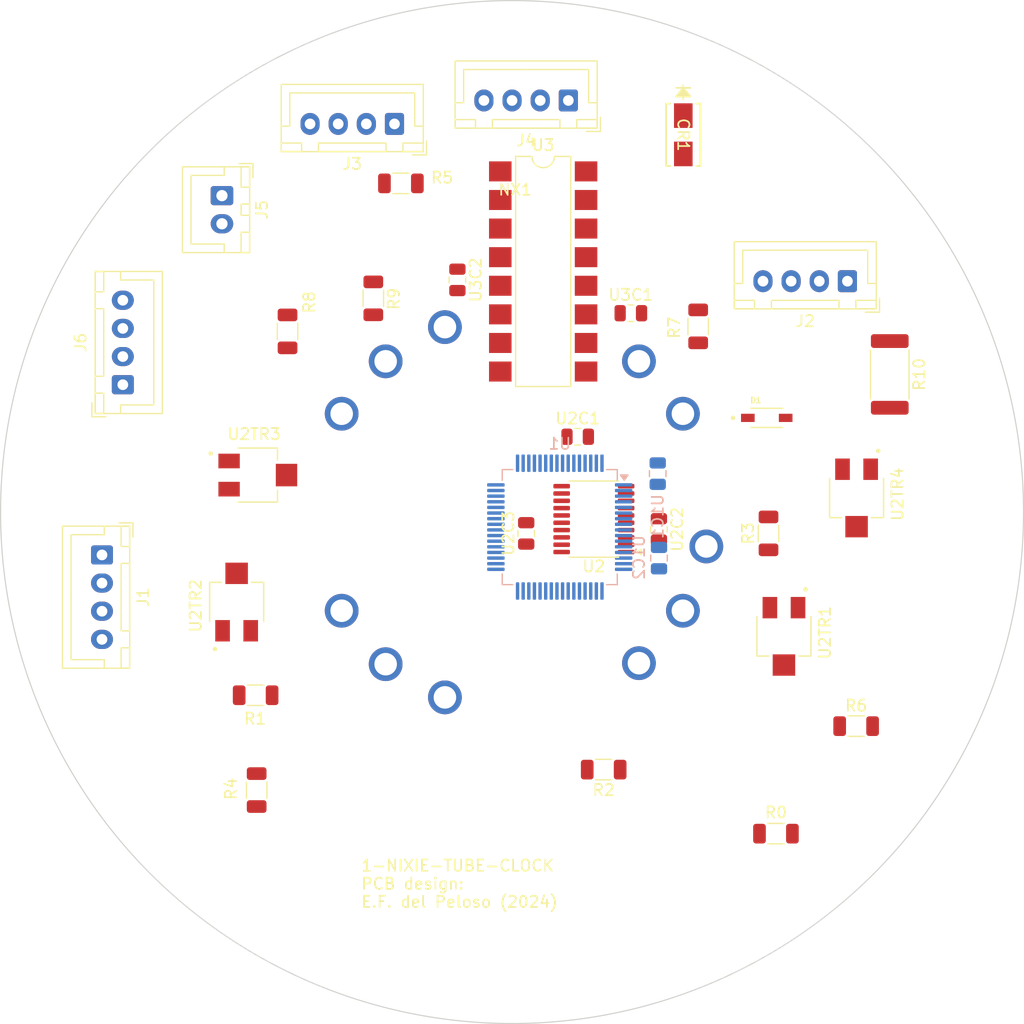
<source format=kicad_pcb>
(kicad_pcb (version 20241229) (generator "pcbnew") (generator_version "9.0")
  (layers (0 "F.Cu" signal) (2 "B.Cu" signal) (13 "F.Paste" user) (15 "B.Paste" user) (5 "F.SilkS" user "F.Silkscreen") (7 "B.SilkS" user "B.Silkscreen") (1 "F.Mask" user) (3 "B.Mask" user) (25 "Edge.Cuts" user))
  (net 0 "")
  (net 1 "Net-(U1-PB6)")
  (net 2 "Net-(J1-RST)")
  (net 3 "Net-(J3-3V3)")
  (net 4 "/RB2")
  (net 5 "/RB9")
  (net 6 "/RB8")
  (net 7 "/RB1")
  (net 8 "/RB5")
  (net 9 "/RB6")
  (net 10 "/RB3")
  (net 11 "/RB0")
  (net 12 "Net-(U1-PB7)")
  (net 13 "/RB7")
  (net 14 "/RB4")
  (net 15 "/RA0")
  (net 16 "/RA1")
  (net 17 "/RA2")
  (net 18 "/RA3")
  (net 19 "/RA4")
  (net 20 "/RA5")
  (net 21 "/RA6")
  (net 22 "/RA7")
  (net 24 "Net-(J1-GND)")
  (net 27 "/RA8")
  (net 29 "Net-(J2-5V)")
  (net 36 "Net-(U1-PB1)")
  (net 40 "Net-(U1-VSS-Pad18)")
  (net 43 "Net-(U1-PB0)")
  (net 50 "Net-(U1-PB2)")
  (net 52 "Net-(U1-PB10)")
  (net 75 "Net-(U3-VCC)")
  (net 76 "Net-(U3-GND)")
  (net 77 "/RA9")
  (net 78 "Net-(U1-VDD-Pad32)")
  (net 84 "Net-(J1-SWDIO)")
  (net 85 "Net-(J1-SWCLK)")
  (net 86 "Net-(J4-170V)")
  (net 87 "Net-(D1-PadC)")
  (net 88 "Net-(J3-Rx)")
  (net 89 "Net-(J3-Tx)")
  (net 90 "Net-(J5-Pad2)")
  (net 93 "Net-(U2-GND)")
  (net 94 "/B1")
  (net 96 "/B3")
  (net 98 "/B4")
  (net 99 "/B2")
  (net 100 "Net-(U2-V_{CCB})")
  (net 102 "Net-(U2-V_{CCA})")
  (net 103 "Net-(J2-SCL)")
  (net 104 "Net-(J2-SDA)")
  (net 105 "Net-(J6-SCL)")
  (net 106 "Net-(J6-SDA)")
  (footprint "Connector_JST:JST_XH_B4B-XH-A_1x04_P2.50mm_Vertical" (layer "F.Cu") (at 157.1972 69.1558 180)
    (property "Reference" "J4" (at 3.75 -3.55 180) (layer "F.SilkS"))
    (property "Value" "Power supply")
    (pad "1" thru_hole roundrect (at 0 0 180) (size 1.7 1.95) (drill 0.95) (layers "*.Cu" "*.Mask") (roundrect_rratio 0.147059) (net 86 "Net-(J4-170V)"))
    (pad "2" thru_hole oval (at 2.5 0 180) (size 1.7 1.95) (drill 0.95) (layers "*.Cu" "*.Mask") (net 24 "Net-(J1-GND)"))
    (pad "3" thru_hole oval (at 5 0 180) (size 1.7 1.95) (drill 0.95) (layers "*.Cu" "*.Mask") (net 29 "Net-(J2-5V)"))
    (pad "4" thru_hole oval (at 7.5 0 180) (size 1.7 1.95) (drill 0.95) (layers "*.Cu" "*.Mask") (net 3 "Net-(J3-3V3)"))
  )
  (footprint "Package_DIP:SMDIP-16_W7.62mm" (layer "F.Cu") (at 154.962 84.345)
    (property "Reference" "U3" (at 0 -11.22 0) (layer "F.SilkS"))
    (property "Value" "K155id1")
    (pad "1" smd rect (at -3.81 -8.89) (size 2 1.78) (layers "F.Cu" "F.Mask" "F.Paste") (net 27 "/RA8"))
    (pad "2" smd rect (at -3.81 -6.35) (size 2 1.78) (layers "F.Cu" "F.Mask" "F.Paste") (net 77 "/RA9"))
    (pad "3" smd rect (at -3.81 -3.81) (size 2 1.78) (layers "F.Cu" "F.Mask" "F.Paste") (net 94 "/B1"))
    (pad "4" smd rect (at -3.81 -1.27) (size 2 1.78) (layers "F.Cu" "F.Mask" "F.Paste") (net 98 "/B4"))
    (pad "5" smd rect (at -3.81 1.27) (size 2 1.78) (layers "F.Cu" "F.Mask" "F.Paste") (net 75 "Net-(U3-VCC)"))
    (pad "6" smd rect (at -3.81 3.81) (size 2 1.78) (layers "F.Cu" "F.Mask" "F.Paste") (net 99 "/B2"))
    (pad "7" smd rect (at -3.81 6.35) (size 2 1.78) (layers "F.Cu" "F.Mask" "F.Paste") (net 96 "/B3"))
    (pad "8" smd rect (at -3.81 8.89) (size 2 1.78) (layers "F.Cu" "F.Mask" "F.Paste") (net 17 "/RA2"))
    (pad "9" smd rect (at 3.81 8.89) (size 2 1.78) (layers "F.Cu" "F.Mask" "F.Paste") (net 18 "/RA3"))
    (pad "10" smd rect (at 3.81 6.35) (size 2 1.78) (layers "F.Cu" "F.Mask" "F.Paste") (net 22 "/RA7"))
    (pad "11" smd rect (at 3.81 3.81) (size 2 1.78) (layers "F.Cu" "F.Mask" "F.Paste") (net 21 "/RA6"))
    (pad "12" smd rect (at 3.81 1.27) (size 2 1.78) (layers "F.Cu" "F.Mask" "F.Paste") (net 76 "Net-(U3-GND)"))
    (pad "13" smd rect (at 3.81 -1.27) (size 2 1.78) (layers "F.Cu" "F.Mask" "F.Paste") (net 19 "/RA4"))
    (pad "14" smd rect (at 3.81 -3.81) (size 2 1.78) (layers "F.Cu" "F.Mask" "F.Paste") (net 20 "/RA5"))
    (pad "15" smd rect (at 3.81 -6.35) (size 2 1.78) (layers "F.Cu" "F.Mask" "F.Paste") (net 16 "/RA1"))
    (pad "16" smd rect (at 3.81 -8.89) (size 2 1.78) (layers "F.Cu" "F.Mask" "F.Paste") (net 15 "/RA0"))
  )
  (footprint "Resistor_SMD:R_1206_3216Metric" (layer "F.Cu") (at 175.6376 134.2814 180)
    (property "Reference" "R0" (at 0 1.8796 0) (layer "F.SilkS"))
    (property "Value" "1k2")
    (pad "1" smd roundrect (at -1.4625 0 180) (size 1.125 1.75) (layers "F.Cu" "F.Mask" "F.Paste") (roundrect_rratio 0.222222) (net 15 "/RA0"))
    (pad "2" smd roundrect (at 1.4625 0 180) (size 1.125 1.75) (layers "F.Cu" "F.Mask" "F.Paste") (roundrect_rratio 0.222222) (net 11 "/RB0"))
  )
  (footprint "Connector_JST:JST_XH_B4B-XH-A_1x04_P2.50mm_Vertical" (layer "F.Cu") (at 115.7732 109.5248 -90)
    (property "Reference" "J1" (at 3.7592 -3.6576 90) (layer "F.SilkS"))
    (property "Value" "MCU SWD")
    (pad "1" thru_hole roundrect (at 0 0 270) (size 1.7 1.95) (drill 0.95) (layers "*.Cu" "*.Mask") (roundrect_rratio 0.147059) (net 85 "Net-(J1-SWCLK)"))
    (pad "2" thru_hole oval (at 2.5 0 270) (size 1.7 1.95) (drill 0.95) (layers "*.Cu" "*.Mask") (net 84 "Net-(J1-SWDIO)"))
    (pad "3" thru_hole oval (at 5 0 270) (size 1.7 1.95) (drill 0.95) (layers "*.Cu" "*.Mask") (net 24 "Net-(J1-GND)"))
    (pad "4" thru_hole oval (at 7.5 0 270) (size 1.7 1.95) (drill 0.95) (layers "*.Cu" "*.Mask") (net 2 "Net-(J1-RST)"))
  )
  (footprint "Capacitor_SMD:C_0805_2012Metric" (layer "F.Cu") (at 153.4554 107.6108 -90)
    (property "Reference" "U2C3" (at 0 1.59 90) (layer "F.SilkS"))
    (property "Value" "1U")
    (pad "1" smd roundrect (at -0.95 0 270) (size 1 1.45) (layers "F.Cu" "F.Mask" "F.Paste") (net 29 "Net-(J2-5V)"))
    (pad "2" smd roundrect (at 0.95 0 270) (size 1 1.45) (layers "F.Cu" "F.Mask" "F.Paste") (net 100 "Net-(U2-V_{CCB})"))
  )
  (footprint "Trimpots:TRIM_3214X-1-103E" (layer "F.Cu") (at 129.6128 102.4298)
    (property "Reference" "U2TR3" (at -0.325 -3.635 0) (layer "F.SilkS"))
    (property "Value" "3214X-1-103E")
    (pad "1" smd rect (at -2.55 -1.25) (size 1.9 1.3) (layers "F.Cu" "F.Mask" "F.Paste") (net 103 "Net-(J2-SCL)"))
    (pad "2" smd rect (at 2.55 0) (size 1.9 2) (layers "F.Cu" "F.Mask" "F.Paste") (net 29 "Net-(J2-5V)"))
    (pad "3" smd rect (at -2.55 1.25) (size 1.9 1.3) (layers "F.Cu" "F.Mask" "F.Paste"))
  )
  (footprint "Nixie:nixie_socket_manual" (layer "F.Cu") (at 152.2188 105.7318)
    (property "Reference" "NX1" (at 0.254 -28.6512 0) (layer "F.SilkS"))
    (property "Value" "FRONT")
    (pad "0" thru_hole circle (at 11.24878 13.40578) (size 3 3) (drill 2) (layers "*.Cu" "*.Mask") (net 11 "/RB0"))
    (pad "1" thru_hole circle (at -15.15544 8.75) (size 3 3) (drill 2) (layers "*.Cu" "*.Mask") (net 7 "/RB1"))
    (pad "2" thru_hole circle (at -5.98535 16.44462) (size 3 3) (drill 2) (layers "*.Cu" "*.Mask") (net 4 "/RB2"))
    (pad "3" thru_hole circle (at 15.15544 -8.75) (size 3 3) (drill 2) (layers "*.Cu" "*.Mask") (net 10 "/RB3"))
    (pad "4" thru_hole circle (at -11.24878 13.49578) (size 3 3) (drill 2) (layers "*.Cu" "*.Mask") (net 14 "/RB4"))
    (pad "5" thru_hole circle (at -5.98535 -16.44462) (size 3 3) (drill 2) (layers "*.Cu" "*.Mask") (net 8 "/RB5"))
    (pad "6" thru_hole circle (at 15.15544 8.75) (size 3 3) (drill 2) (layers "*.Cu" "*.Mask") (net 9 "/RB6"))
    (pad "7" thru_hole circle (at 11.24878 -13.40578) (size 3 3) (drill 2) (layers "*.Cu" "*.Mask") (net 13 "/RB7"))
    (pad "8" thru_hole circle (at -15.15544 -8.75) (size 3 3) (drill 2) (layers "*.Cu" "*.Mask") (net 6 "/RB8"))
    (pad "9" thru_hole circle (at -11.24878 -13.40578) (size 3 3) (drill 2) (layers "*.Cu" "*.Mask") (net 5 "/RB9"))
    (pad "10" thru_hole circle (at 17.23414 3.03884) (size 3 3) (drill 2) (layers "*.Cu" "*.Mask") (net 87 "Net-(D1-PadC)"))
  )
  (footprint "Capacitor_SMD:C_0805_2012Metric" (layer "F.Cu") (at 162.7496 88.0534 180)
    (property "Reference" "U3C1" (at 0.0092 1.6296 0) (layer "F.SilkS"))
    (property "Value" "1U")
    (pad "1" smd roundrect (at -0.95 0 180) (size 1 1.45) (layers "F.Cu" "F.Mask" "F.Paste") (net 76 "Net-(U3-GND)"))
    (pad "2" smd roundrect (at 0.95 0 180) (size 1 1.45) (layers "F.Cu" "F.Mask" "F.Paste") (net 24 "Net-(J1-GND)"))
  )
  (footprint "Resistor_SMD:R_1206_3216Metric" (layer "F.Cu") (at 182.7603 124.731)
    (property "Reference" "R6" (at 0 -1.82 0) (layer "F.SilkS"))
    (property "Value" "1k1")
    (pad "1" smd roundrect (at -1.4625 0) (size 1.125 1.75) (layers "F.Cu" "F.Mask" "F.Paste") (roundrect_rratio 0.222222) (net 9 "/RB6"))
    (pad "2" smd roundrect (at 1.4625 0) (size 1.125 1.75) (layers "F.Cu" "F.Mask" "F.Paste") (roundrect_rratio 0.222222) (net 21 "/RA6"))
  )
  (footprint "Resistor_SMD:R_1206_3216Metric" (layer "F.Cu") (at 139.8744 86.7326 -90)
    (property "Reference" "R9" (at 0.0508 -1.82 90) (layer "F.SilkS"))
    (property "Value" "1k")
    (pad "1" smd roundrect (at -1.4625 0 270) (size 1.125 1.75) (layers "F.Cu" "F.Mask" "F.Paste") (roundrect_rratio 0.222222) (net 77 "/RA9"))
    (pad "2" smd roundrect (at 1.4625 0 270) (size 1.125 1.75) (layers "F.Cu" "F.Mask" "F.Paste") (roundrect_rratio 0.222222) (net 5 "/RB9"))
  )
  (footprint "Package_SO:TSSOP-20_4.4x6.5mm_P0.65mm" (layer "F.Cu") (at 159.4655 106.3408 180)
    (property "Reference" "U2" (at 0 -4.2 0) (layer "F.SilkS"))
    (property "Value" "TXB0108PW")
    (pad "1" smd roundrect (at -2.8625 -2.925 180) (size 1.475 0.4) (layers "F.Cu" "F.Mask" "F.Paste") (net 1 "Net-(U1-PB6)"))
    (pad "2" smd roundrect (at -2.8625 -2.275 180) (size 1.475 0.4) (layers "F.Cu" "F.Mask" "F.Paste") (net 102 "Net-(U2-V_{CCA})"))
    (pad "3" smd roundrect (at -2.8625 -1.625 180) (size 1.475 0.4) (layers "F.Cu" "F.Mask" "F.Paste") (net 12 "Net-(U1-PB7)"))
    (pad "4" smd roundrect (at -2.8625 -0.975 180) (size 1.475 0.4) (layers "F.Cu" "F.Mask" "F.Paste"))
    (pad "5" smd roundrect (at -2.8625 -0.325 180) (size 1.475 0.4) (layers "F.Cu" "F.Mask" "F.Paste"))
    (pad "6" smd roundrect (at -2.8625 0.325 180) (size 1.475 0.4) (layers "F.Cu" "F.Mask" "F.Paste") (net 43 "Net-(U1-PB0)"))
    (pad "7" smd roundrect (at -2.8625 0.975 180) (size 1.475 0.4) (layers "F.Cu" "F.Mask" "F.Paste") (net 36 "Net-(U1-PB1)"))
    (pad "8" smd roundrect (at -2.8625 1.625 180) (size 1.475 0.4) (layers "F.Cu" "F.Mask" "F.Paste") (net 50 "Net-(U1-PB2)"))
    (pad "9" smd roundrect (at -2.8625 2.275 180) (size 1.475 0.4) (layers "F.Cu" "F.Mask" "F.Paste") (net 52 "Net-(U1-PB10)"))
    (pad "10" smd roundrect (at -2.8625 2.925 180) (size 1.475 0.4) (layers "F.Cu" "F.Mask" "F.Paste"))
    (pad "11" smd roundrect (at 2.8625 2.925 180) (size 1.475 0.4) (layers "F.Cu" "F.Mask" "F.Paste") (net 93 "Net-(U2-GND)"))
    (pad "12" smd roundrect (at 2.8625 2.275 180) (size 1.475 0.4) (layers "F.Cu" "F.Mask" "F.Paste") (net 98 "/B4"))
    (pad "13" smd roundrect (at 2.8625 1.625 180) (size 1.475 0.4) (layers "F.Cu" "F.Mask" "F.Paste") (net 96 "/B3"))
    (pad "14" smd roundrect (at 2.8625 0.975 180) (size 1.475 0.4) (layers "F.Cu" "F.Mask" "F.Paste") (net 99 "/B2"))
    (pad "15" smd roundrect (at 2.8625 0.325 180) (size 1.475 0.4) (layers "F.Cu" "F.Mask" "F.Paste") (net 94 "/B1"))
    (pad "16" smd roundrect (at 2.8625 -0.325 180) (size 1.475 0.4) (layers "F.Cu" "F.Mask" "F.Paste"))
    (pad "17" smd roundrect (at 2.8625 -0.975 180) (size 1.475 0.4) (layers "F.Cu" "F.Mask" "F.Paste"))
    (pad "18" smd roundrect (at 2.8625 -1.625 180) (size 1.475 0.4) (layers "F.Cu" "F.Mask" "F.Paste") (net 104 "Net-(J2-SDA)"))
    (pad "19" smd roundrect (at 2.8625 -2.275 180) (size 1.475 0.4) (layers "F.Cu" "F.Mask" "F.Paste") (net 100 "Net-(U2-V_{CCB})"))
    (pad "20" smd roundrect (at 2.8625 -2.925 180) (size 1.475 0.4) (layers "F.Cu" "F.Mask" "F.Paste") (net 103 "Net-(J2-SCL)"))
  )
  (footprint "Connector_JST:JST_XH_B4B-XH-A_1x04_P2.50mm_Vertical" (layer "F.Cu") (at 181.9876 85.2086 180)
    (property "Reference" "J2" (at 3.75 -3.55 0) (layer "F.SilkS"))
    (property "Value" "Omron Thermal")
    (pad "1" thru_hole roundrect (at 0 0 180) (size 1.7 1.95) (drill 0.95) (layers "*.Cu" "*.Mask") (roundrect_rratio 0.147059) (net 103 "Net-(J2-SCL)"))
    (pad "2" thru_hole oval (at 2.5 0 180) (size 1.7 1.95) (drill 0.95) (layers "*.Cu" "*.Mask") (net 104 "Net-(J2-SDA)"))
    (pad "3" thru_hole oval (at 5 0 180) (size 1.7 1.95) (drill 0.95) (layers "*.Cu" "*.Mask") (net 29 "Net-(J2-5V)"))
    (pad "4" thru_hole oval (at 7.5 0 180) (size 1.7 1.95) (drill 0.95) (layers "*.Cu" "*.Mask") (net 24 "Net-(J1-GND)"))
  )
  (footprint "Connector_JST:JST_XH_B4B-XH-A_1x04_P2.50mm_Vertical" (layer "F.Cu") (at 117.624 94.4034 90)
    (property "Reference" "J6" (at 3.75 -3.7592 90) (layer "F.SilkS"))
    (property "Value" "OLED")
    (pad "1" thru_hole roundrect (at 0 0 90) (size 1.7 1.95) (drill 0.95) (layers "*.Cu" "*.Mask") (roundrect_rratio 0.147059) (net 105 "Net-(J6-SCL)"))
    (pad "2" thru_hole oval (at 2.5 0 90) (size 1.7 1.95) (drill 0.95) (layers "*.Cu" "*.Mask") (net 106 "Net-(J6-SDA)"))
    (pad "3" thru_hole oval (at 5 0 90) (size 1.7 1.95) (drill 0.95) (layers "*.Cu" "*.Mask") (net 3 "Net-(J3-3V3)"))
    (pad "4" thru_hole oval (at 7.5 0 90) (size 1.7 1.95) (drill 0.95) (layers "*.Cu" "*.Mask") (net 24 "Net-(J1-GND)"))
  )
  (footprint "Resistor_SMD:R_1206_3216Metric" (layer "F.Cu") (at 168.7288 89.2218 -90)
    (property "Reference" "R7" (at 0.1123 2.1336 90) (layer "F.SilkS"))
    (property "Value" "3k6")
    (pad "1" smd roundrect (at -1.4625 0 270) (size 1.125 1.75) (layers "F.Cu" "F.Mask" "F.Paste") (roundrect_rratio 0.222222) (net 22 "/RA7"))
    (pad "2" smd roundrect (at 1.4625 0 270) (size 1.125 1.75) (layers "F.Cu" "F.Mask" "F.Paste") (roundrect_rratio 0.222222) (net 13 "/RB7"))
  )
  (footprint "Connector_JST:JST_XH_B2B-XH-A_1x02_P2.50mm_Vertical" (layer "F.Cu") (at 126.4294 77.6086 -90)
    (property "Reference" "J5" (at 1.25 -3.55 90) (layer "F.SilkS"))
    (property "Value" "Littelfuse 0218.020HXP")
    (pad "1" thru_hole roundrect (at 0 0 270) (size 1.7 2) (drill 1) (layers "*.Cu" "*.Mask") (roundrect_rratio 0.147059) (net 86 "Net-(J4-170V)"))
    (pad "2" thru_hole oval (at 2.5 0 270) (size 1.7 2) (drill 1) (layers "*.Cu" "*.Mask") (net 90 "Net-(J5-Pad2)"))
  )
  (footprint "Connector_JST:JST_XH_B4B-XH-A_1x04_P2.50mm_Vertical" (layer "F.Cu") (at 141.754 71.2386 180)
    (property "Reference" "J3" (at 3.75 -3.55 0) (layer "F.SilkS"))
    (property "Value" "GPS NEO-M8N")
    (pad "1" thru_hole roundrect (at 0 0 180) (size 1.7 1.95) (drill 0.95) (layers "*.Cu" "*.Mask") (roundrect_rratio 0.147059) (net 3 "Net-(J3-3V3)"))
    (pad "2" thru_hole oval (at 2.5 0 180) (size 1.7 1.95) (drill 0.95) (layers "*.Cu" "*.Mask") (net 88 "Net-(J3-Rx)"))
    (pad "3" thru_hole oval (at 5 0 180) (size 1.7 1.95) (drill 0.95) (layers "*.Cu" "*.Mask") (net 89 "Net-(J3-Tx)"))
    (pad "4" thru_hole oval (at 7.5 0 180) (size 1.7 1.95) (drill 0.95) (layers "*.Cu" "*.Mask") (net 24 "Net-(J1-GND)"))
  )
  (footprint "Resistor_SMD:R_1206_3216Metric" (layer "F.Cu") (at 132.2544 89.6683 90)
    (property "Reference" "R8" (at 2.5908 1.9304 90) (layer "F.SilkS"))
    (property "Value" "0R")
    (pad "1" smd roundrect (at -1.4625 0 90) (size 1.125 1.75) (layers "F.Cu" "F.Mask" "F.Paste") (roundrect_rratio 0.222222) (net 6 "/RB8"))
    (pad "2" smd roundrect (at 1.4625 0 90) (size 1.125 1.75) (layers "F.Cu" "F.Mask" "F.Paste") (roundrect_rratio 0.222222) (net 27 "/RA8"))
  )
  (footprint "Resistor_SMD:R_1206_3216Metric" (layer "F.Cu") (at 129.5112 130.4099 -90)
    (property "Reference" "R4" (at -0.1016 2.286 90) (layer "F.SilkS"))
    (property "Value" "3k3")
    (pad "1" smd roundrect (at -1.4625 0 270) (size 1.125 1.75) (layers "F.Cu" "F.Mask" "F.Paste") (roundrect_rratio 0.222222) (net 19 "/RA4"))
    (pad "2" smd roundrect (at 1.4625 0 270) (size 1.125 1.75) (layers "F.Cu" "F.Mask" "F.Paste") (roundrect_rratio 0.222222) (net 14 "/RB4"))
  )
  (footprint "Trimpots:TRIM_3214X-1-103E" (layer "F.Cu") (at 182.8004 104.4618 -90)
    (property "Reference" "U2TR4" (at -0.325 -3.635 90) (layer "F.SilkS"))
    (property "Value" "3214X-1-103E")
    (pad "1" smd rect (at -2.55 -1.25 270) (size 1.9 1.3) (layers "F.Cu" "F.Mask" "F.Paste") (net 104 "Net-(J2-SDA)"))
    (pad "2" smd rect (at 2.55 0 270) (size 1.9 2) (layers "F.Cu" "F.Mask" "F.Paste") (net 29 "Net-(J2-5V)"))
    (pad "3" smd rect (at -2.55 1.25 270) (size 1.9 1.3) (layers "F.Cu" "F.Mask" "F.Paste"))
  )
  (footprint "Trimpots:TRIM_3214X-1-103E" (layer "F.Cu") (at 127.7332 113.7097 90)
    (property "Reference" "U2TR2" (at -0.325 -3.635 90) (layer "F.SilkS"))
    (property "Value" "3214X-1-103E")
    (pad "1" smd rect (at -2.55 -1.25 90) (size 1.9 1.3) (layers "F.Cu" "F.Mask" "F.Paste"))
    (pad "2" smd rect (at 2.55 0 90) (size 1.9 2) (layers "F.Cu" "F.Mask" "F.Paste") (net 3 "Net-(J3-3V3)"))
    (pad "3" smd rect (at -2.55 1.25 90) (size 1.9 1.3) (layers "F.Cu" "F.Mask" "F.Paste") (net 12 "Net-(U1-PB7)"))
  )
  (footprint "Resistor_SMD:R_1206_3216Metric" (layer "F.Cu") (at 142.3235 76.5218 180)
    (property "Reference" "R5" (at -3.6576 0.508 0) (layer "F.SilkS"))
    (property "Value" "1k1")
    (pad "1" smd roundrect (at -1.4625 0 180) (size 1.125 1.75) (layers "F.Cu" "F.Mask" "F.Paste") (roundrect_rratio 0.222222) (net 20 "/RA5"))
    (pad "2" smd roundrect (at 1.4625 0 180) (size 1.125 1.75) (layers "F.Cu" "F.Mask" "F.Paste") (roundrect_rratio 0.222222) (net 8 "/RB5"))
  )
  (footprint "Resistor_SMD:R_1206_3216Metric" (layer "F.Cu") (at 174.9772 107.6114 90)
    (property "Reference" "R3" (at 0 -1.82 90) (layer "F.SilkS"))
    (property "Value" "1k5")
    (pad "1" smd roundrect (at -1.4625 0 90) (size 1.125 1.75) (layers "F.Cu" "F.Mask" "F.Paste") (roundrect_rratio 0.222222) (net 18 "/RA3"))
    (pad "2" smd roundrect (at 1.4625 0 90) (size 1.125 1.75) (layers "F.Cu" "F.Mask" "F.Paste") (roundrect_rratio 0.222222) (net 10 "/RB3"))
  )
  (footprint "Capacitor_SMD:C_0805_2012Metric" (layer "F.Cu") (at 147.342 85.0918 -90)
    (property "Reference" "U3C2" (at 0 -1.6256 90) (layer "F.SilkS"))
    (property "Value" "1U")
    (pad "1" smd roundrect (at -0.95 0 270) (size 1 1.45) (layers "F.Cu" "F.Mask" "F.Paste") (net 75 "Net-(U3-VCC)"))
    (pad "2" smd roundrect (at 0.95 0 270) (size 1 1.45) (layers "F.Cu" "F.Mask" "F.Paste") (net 29 "Net-(J2-5V)"))
  )
  (footprint "Trimpots:TRIM_3214X-1-103E" (layer "F.Cu") (at 176.3488 116.7554 -90)
    (property "Reference" "U2TR1" (at -0.325 -3.635 90) (layer "F.SilkS"))
    (property "Value" "3214X-1-103E")
    (pad "1" smd rect (at -2.55 -1.25 270) (size 1.9 1.3) (layers "F.Cu" "F.Mask" "F.Paste"))
    (pad "2" smd rect (at 2.55 0 270) (size 1.9 2) (layers "F.Cu" "F.Mask" "F.Paste") (net 3 "Net-(J3-3V3)"))
    (pad "3" smd rect (at -2.55 1.25 270) (size 1.9 1.3) (layers "F.Cu" "F.Mask" "F.Paste") (net 1 "Net-(U1-PB6)"))
  )
  (footprint "Resistor_SMD:R_1206_3216Metric" (layer "F.Cu") (at 129.4203 121.9878 180)
    (property "Reference" "R1" (at 0.0508 -2.0828 0) (layer "F.SilkS"))
    (property "Value" "4k7")
    (pad "1" smd roundrect (at -1.4625 0 180) (size 1.125 1.75) (layers "F.Cu" "F.Mask" "F.Paste") (roundrect_rratio 0.222222) (net 7 "/RB1"))
    (pad "2" smd roundrect (at 1.4625 0 180) (size 1.125 1.75) (layers "F.Cu" "F.Mask" "F.Paste") (roundrect_rratio 0.222222) (net 16 "/RA1"))
  )
  (footprint "Resistor_SMD:R_1206_3216Metric" (layer "F.Cu") (at 160.3361 128.5918 180)
    (property "Reference" "R2" (at 0 -1.82 0) (layer "F.SilkS"))
    (property "Value" "1k1")
    (pad "1" smd roundrect (at -1.4625 0 180) (size 1.125 1.75) (layers "F.Cu" "F.Mask" "F.Paste") (roundrect_rratio 0.222222) (net 17 "/RA2"))
    (pad "2" smd roundrect (at 1.4625 0 180) (size 1.125 1.75) (layers "F.Cu" "F.Mask" "F.Paste") (roundrect_rratio 0.222222) (net 4 "/RB2"))
  )
  (footprint "1N5819HW_7_F:SOD3715X145N" (layer "F.Cu") (at 174.8212 97.3498)
    (property "Reference" "D1" (at -0.97763 -1.557398 0) (layer "F.SilkS") (effects (font (size 0.4808 0.4808))))
    (property "Value" "US1M_R3G")
    (pad "A" smd rect (at 1.68 0) (size 1.21 0.73) (layers "F.Cu" "F.Mask" "F.Paste") (net 24 "Net-(J1-GND)"))
    (pad "C" smd rect (at -1.68 0) (size 1.21 0.73) (layers "F.Cu" "F.Mask" "F.Paste") (net 87 "Net-(D1-PadC)"))
  )
  (footprint "footprints2:DIODE_DO-214AC" (layer "F.Cu") (at 167.408 72.2038 -90)
    (property "Reference" "CR1" (at 0 0 270) (layer "F.SilkS"))
    (property "Value" "SMCJ170A")
    (pad "1" smd rect (at -1.7018 0) (size 1.651 2.1844) (layers "F.Cu" "F.Mask" "F.Paste") (net 86 "Net-(J4-170V)"))
    (pad "2" smd rect (at 1.7018 0) (size 1.651 2.1844) (layers "F.Cu" "F.Mask" "F.Paste") (net 24 "Net-(J1-GND)"))
  )
  (footprint "Capacitor_SMD:C_0805_2012Metric" (layer "F.Cu") (at 165.241 107.2552 -90)
    (property "Reference" "U2C2" (at 0 -1.6256 90) (layer "F.SilkS"))
    (property "Value" "1U")
    (pad "1" smd roundrect (at -0.95 0 270) (size 1 1.45) (layers "F.Cu" "F.Mask" "F.Paste") (net 3 "Net-(J3-3V3)"))
    (pad "2" smd roundrect (at 0.95 0 270) (size 1 1.45) (layers "F.Cu" "F.Mask" "F.Paste") (net 102 "Net-(U2-V_{CCA})"))
  )
  (footprint "Capacitor_SMD:C_0805_2012Metric" (layer "F.Cu") (at 158.0274 99.0256 180)
    (property "Reference" "U2C1" (at 0 1.6256 0) (layer "F.SilkS"))
    (property "Value" "1U")
    (pad "1" smd roundrect (at -0.95 0 180) (size 1 1.45) (layers "F.Cu" "F.Mask" "F.Paste") (net 93 "Net-(U2-GND)"))
    (pad "2" smd roundrect (at 0.95 0 180) (size 1 1.45) (layers "F.Cu" "F.Mask" "F.Paste") (net 24 "Net-(J1-GND)"))
  )
  (footprint "Resistor_SMD:R_2512_6332Metric" (layer "F.Cu") (at 185.7468 93.489 -90)
    (property "Reference" "R10" (at 0 -2.62 90) (layer "F.SilkS"))
    (property "Value" "4k7")
    (pad "1" smd roundrect (at -2.9625 0 270) (size 1.225 3.35) (layers "F.Cu" "F.Mask" "F.Paste") (roundrect_rratio 0.204082) (net 90 "Net-(J5-Pad2)"))
    (pad "2" smd roundrect (at 2.9625 0 270) (size 1.225 3.35) (layers "F.Cu" "F.Mask" "F.Paste") (roundrect_rratio 0.204082) (net 87 "Net-(D1-PadC)"))
  )
  (footprint "Capacitor_SMD:C_0805_2012Metric" (layer "B.Cu") (at 165.2498 109.8058 -90)
    (property "Reference" "U1C2" (at -0.0508 1.778 90) (layer "B.SilkS") (effects (justify mirror)))
    (property "Value" "1U")
    (pad "1" smd roundrect (at -0.95 0 270) (size 1 1.45) (layers "B.Cu" "B.Mask" "B.Paste") (net 3 "Net-(J3-3V3)"))
    (pad "2" smd roundrect (at 0.95 0 270) (size 1 1.45) (layers "B.Cu" "B.Mask" "B.Paste") (net 78 "Net-(U1-VDD-Pad32)"))
  )
  (footprint "Package_QFP:LQFP-64_10x10mm_P0.5mm" (layer "B.Cu") (at 156.4352 107.0526 180)
    (property "Reference" "U1" (at 0 7.4 0) (layer "B.SilkS") (effects (justify mirror)))
    (property "Value" "STM32L4A6RGTx")
    (pad "1" smd roundrect (at -5.675 3.75 180) (size 1.55 0.3) (layers "B.Cu" "B.Mask" "B.Paste"))
    (pad "2" smd roundrect (at -5.675 3.25 180) (size 1.55 0.3) (layers "B.Cu" "B.Mask" "B.Paste"))
    (pad "3" smd roundrect (at -5.675 2.75 180) (size 1.55 0.3) (layers "B.Cu" "B.Mask" "B.Paste"))
    (pad "4" smd roundrect (at -5.675 2.25 180) (size 1.55 0.3) (layers "B.Cu" "B.Mask" "B.Paste"))
    (pad "5" smd roundrect (at -5.675 1.75 180) (size 1.55 0.3) (layers "B.Cu" "B.Mask" "B.Paste"))
    (pad "6" smd roundrect (at -5.675 1.25 180) (size 1.55 0.3) (layers "B.Cu" "B.Mask" "B.Paste"))
    (pad "7" smd roundrect (at -5.675 0.75 180) (size 1.55 0.3) (layers "B.Cu" "B.Mask" "B.Paste") (net 2 "Net-(J1-RST)"))
    (pad "8" smd roundrect (at -5.675 0.25 180) (size 1.55 0.3) (layers "B.Cu" "B.Mask" "B.Paste") (net 105 "Net-(J6-SCL)"))
    (pad "9" smd roundrect (at -5.675 -0.25 180) (size 1.55 0.3) (layers "B.Cu" "B.Mask" "B.Paste") (net 106 "Net-(J6-SDA)"))
    (pad "10" smd roundrect (at -5.675 -0.75 180) (size 1.55 0.3) (layers "B.Cu" "B.Mask" "B.Paste"))
    (pad "11" smd roundrect (at -5.675 -1.25 180) (size 1.55 0.3) (layers "B.Cu" "B.Mask" "B.Paste"))
    (pad "12" smd roundrect (at -5.675 -1.75 180) (size 1.55 0.3) (layers "B.Cu" "B.Mask" "B.Paste"))
    (pad "13" smd roundrect (at -5.675 -2.25 180) (size 1.55 0.3) (layers "B.Cu" "B.Mask" "B.Paste"))
    (pad "14" smd roundrect (at -5.675 -2.75 180) (size 1.55 0.3) (layers "B.Cu" "B.Mask" "B.Paste"))
    (pad "15" smd roundrect (at -5.675 -3.25 180) (size 1.55 0.3) (layers "B.Cu" "B.Mask" "B.Paste"))
    (pad "16" smd roundrect (at -5.675 -3.75 180) (size 1.55 0.3) (layers "B.Cu" "B.Mask" "B.Paste"))
    (pad "17" smd roundrect (at -3.75 -5.675 180) (size 0.3 1.55) (layers "B.Cu" "B.Mask" "B.Paste"))
    (pad "18" smd roundrect (at -3.25 -5.675 180) (size 0.3 1.55) (layers "B.Cu" "B.Mask" "B.Paste") (net 40 "Net-(U1-VSS-Pad18)"))
    (pad "19" smd roundrect (at -2.75 -5.675 180) (size 0.3 1.55) (layers "B.Cu" "B.Mask" "B.Paste"))
    (pad "20" smd roundrect (at -2.25 -5.675 180) (size 0.3 1.55) (layers "B.Cu" "B.Mask" "B.Paste"))
    (pad "21" smd roundrect (at -1.75 -5.675 180) (size 0.3 1.55) (layers "B.Cu" "B.Mask" "B.Paste"))
    (pad "22" smd roundrect (at -1.25 -5.675 180) (size 0.3 1.55) (layers "B.Cu" "B.Mask" "B.Paste"))
    (pad "23" smd roundrect (at -0.75 -5.675 180) (size 0.3 1.55) (layers "B.Cu" "B.Mask" "B.Paste"))
    (pad "24" smd roundrect (at -0.25 -5.675 180) (size 0.3 1.55) (layers "B.Cu" "B.Mask" "B.Paste"))
    (pad "25" smd roundrect (at 0.25 -5.675 180) (size 0.3 1.55) (layers "B.Cu" "B.Mask" "B.Paste"))
    (pad "26" smd roundrect (at 0.75 -5.675 180) (size 0.3 1.55) (layers "B.Cu" "B.Mask" "B.Paste") (net 43 "Net-(U1-PB0)"))
    (pad "27" smd roundrect (at 1.25 -5.675 180) (size 0.3 1.55) (layers "B.Cu" "B.Mask" "B.Paste") (net 36 "Net-(U1-PB1)"))
    (pad "28" smd roundrect (at 1.75 -5.675 180) (size 0.3 1.55) (layers "B.Cu" "B.Mask" "B.Paste") (net 50 "Net-(U1-PB2)"))
    (pad "29" smd roundrect (at 2.25 -5.675 180) (size 0.3 1.55) (layers "B.Cu" "B.Mask" "B.Paste") (net 52 "Net-(U1-PB10)"))
    (pad "30" smd roundrect (at 2.75 -5.675 180) (size 0.3 1.55) (layers "B.Cu" "B.Mask" "B.Paste"))
    (pad "31" smd roundrect (at 3.25 -5.675 180) (size 0.3 1.55) (layers "B.Cu" "B.Mask" "B.Paste") (net 40 "Net-(U1-VSS-Pad18)"))
    (pad "32" smd roundrect (at 3.75 -5.675 180) (size 0.3 1.55) (layers "B.Cu" "B.Mask" "B.Paste") (net 78 "Net-(U1-VDD-Pad32)"))
    (pad "33" smd roundrect (at 5.675 -3.75 180) (size 1.55 0.3) (layers "B.Cu" "B.Mask" "B.Paste"))
    (pad "34" smd roundrect (at 5.675 -3.25 180) (size 1.55 0.3) (layers "B.Cu" "B.Mask" "B.Paste"))
    (pad "35" smd roundrect (at 5.675 -2.75 180) (size 1.55 0.3) (layers "B.Cu" "B.Mask" "B.Paste"))
    (pad "36" smd roundrect (at 5.675 -2.25 180) (size 1.55 0.3) (layers "B.Cu" "B.Mask" "B.Paste"))
    (pad "37" smd roundrect (at 5.675 -1.75 180) (size 1.55 0.3) (layers "B.Cu" "B.Mask" "B.Paste"))
    (pad "38" smd roundrect (at 5.675 -1.25 180) (size 1.55 0.3) (layers "B.Cu" "B.Mask" "B.Paste"))
    (pad "39" smd roundrect (at 5.675 -0.75 180) (size 1.55 0.3) (layers "B.Cu" "B.Mask" "B.Paste"))
    (pad "40" smd roundrect (at 5.675 -0.25 180) (size 1.55 0.3) (layers "B.Cu" "B.Mask" "B.Paste"))
    (pad "41" smd roundrect (at 5.675 0.25 180) (size 1.55 0.3) (layers "B.Cu" "B.Mask" "B.Paste"))
    (pad "42" smd roundrect (at 5.675 0.75 180) (size 1.55 0.3) (layers "B.Cu" "B.Mask" "B.Paste") (net 88 "Net-(J3-Rx)"))
    (pad "43" smd roundrect (at 5.675 1.25 180) (size 1.55 0.3) (layers "B.Cu" "B.Mask" "B.Paste") (net 89 "Net-(J3-Tx)"))
    (pad "44" smd roundrect (at 5.675 1.75 180) (size 1.55 0.3) (layers "B.Cu" "B.Mask" "B.Paste"))
    (pad "45" smd roundrect (at 5.675 2.25 180) (size 1.55 0.3) (layers "B.Cu" "B.Mask" "B.Paste"))
    (pad "46" smd roundrect (at 5.675 2.75 180) (size 1.55 0.3) (layers "B.Cu" "B.Mask" "B.Paste") (net 84 "Net-(J1-SWDIO)"))
    (pad "47" smd roundrect (at 5.675 3.25 180) (size 1.55 0.3) (layers "B.Cu" "B.Mask" "B.Paste") (net 40 "Net-(U1-VSS-Pad18)"))
    (pad "48" smd roundrect (at 5.675 3.75 180) (size 1.55 0.3) (layers "B.Cu" "B.Mask" "B.Paste"))
    (pad "49" smd roundrect (at 3.75 5.675 180) (size 0.3 1.55) (layers "B.Cu" "B.Mask" "B.Paste") (net 85 "Net-(J1-SWCLK)"))
    (pad "50" smd roundrect (at 3.25 5.675 180) (size 0.3 1.55) (layers "B.Cu" "B.Mask" "B.Paste"))
    (pad "51" smd roundrect (at 2.75 5.675 180) (size 0.3 1.55) (layers "B.Cu" "B.Mask" "B.Paste"))
    (pad "52" smd roundrect (at 2.25 5.675 180) (size 0.3 1.55) (layers "B.Cu" "B.Mask" "B.Paste"))
    (pad "53" smd roundrect (at 1.75 5.675 180) (size 0.3 1.55) (layers "B.Cu" "B.Mask" "B.Paste"))
    (pad "54" smd roundrect (at 1.25 5.675 180) (size 0.3 1.55) (layers "B.Cu" "B.Mask" "B.Paste"))
    (pad "55" smd roundrect (at 0.75 5.675 180) (size 0.3 1.55) (layers "B.Cu" "B.Mask" "B.Paste"))
    (pad "56" smd roundrect (at 0.25 5.675 180) (size 0.3 1.55) (layers "B.Cu" "B.Mask" "B.Paste"))
    (pad "57" smd roundrect (at -0.25 5.675 180) (size 0.3 1.55) (layers "B.Cu" "B.Mask" "B.Paste"))
    (pad "58" smd roundrect (at -0.75 5.675 180) (size 0.3 1.55) (layers "B.Cu" "B.Mask" "B.Paste") (net 1 "Net-(U1-PB6)"))
    (pad "59" smd roundrect (at -1.25 5.675 180) (size 0.3 1.55) (layers "B.Cu" "B.Mask" "B.Paste") (net 12 "Net-(U1-PB7)"))
    (pad "60" smd roundrect (at -1.75 5.675 180) (size 0.3 1.55) (layers "B.Cu" "B.Mask" "B.Paste"))
    (pad "61" smd roundrect (at -2.25 5.675 180) (size 0.3 1.55) (layers "B.Cu" "B.Mask" "B.Paste"))
    (pad "62" smd roundrect (at -2.75 5.675 180) (size 0.3 1.55) (layers "B.Cu" "B.Mask" "B.Paste"))
    (pad "63" smd roundrect (at -3.25 5.675 180) (size 0.3 1.55) (layers "B.Cu" "B.Mask" "B.Paste") (net 40 "Net-(U1-VSS-Pad18)"))
    (pad "64" smd roundrect (at -3.75 5.675 180) (size 0.3 1.55) (layers "B.Cu" "B.Mask" "B.Paste"))
  )
  (footprint "Capacitor_SMD:C_0805_2012Metric" (layer "B.Cu") (at 165.1362 102.302 -90)
    (property "Reference" "U1C1" (at 3.81 0 90) (layer "B.SilkS") (effects (justify mirror)))
    (property "Value" "1U")
    (pad "1" smd roundrect (at -0.95 0 270) (size 1 1.45) (layers "B.Cu" "B.Mask" "B.Paste") (net 40 "Net-(U1-VSS-Pad18)"))
    (pad "2" smd roundrect (at 0.95 0 270) (size 1 1.45) (layers "B.Cu" "B.Mask" "B.Paste") (net 24 "Net-(J1-GND)"))
  )
  (gr_circle (center 152.1968 105.7148) (end 197.630041 105.7148) (stroke (width 0.1)) (fill no) (layer "Edge.Cuts"))
  (gr_text "1-NIXIE-TUBE-CLOCK\nPCB design:\nE.F. del Peloso (2024)" (at 138.7188 138.7318 -0) (layer "F.SilkS") (effects (font (size 1 1)) (justify left)))
)
</source>
